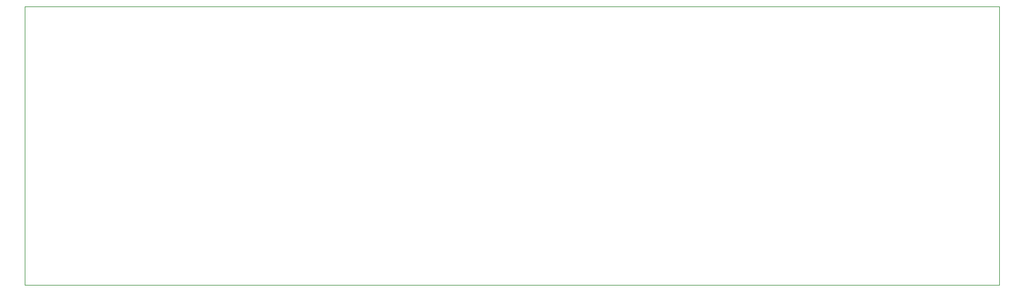
<source format=gm1>
G04 #@! TF.GenerationSoftware,KiCad,Pcbnew,(5.1.4)-1*
G04 #@! TF.CreationDate,2019-11-29T14:15:37+00:00*
G04 #@! TF.ProjectId,MAX7219_Clock,4d415837-3231-4395-9f43-6c6f636b2e6b,rev?*
G04 #@! TF.SameCoordinates,Original*
G04 #@! TF.FileFunction,Profile,NP*
%FSLAX46Y46*%
G04 Gerber Fmt 4.6, Leading zero omitted, Abs format (unit mm)*
G04 Created by KiCad (PCBNEW (5.1.4)-1) date 2019-11-29 14:15:37*
%MOMM*%
%LPD*%
G04 APERTURE LIST*
%ADD10C,0.050000*%
G04 APERTURE END LIST*
D10*
X170000000Y-50000000D02*
X30000000Y-50000000D01*
X170000000Y-90000000D02*
X170000000Y-50000000D01*
X30000000Y-90000000D02*
X170000000Y-90000000D01*
X30000000Y-50000000D02*
X30000000Y-90000000D01*
M02*

</source>
